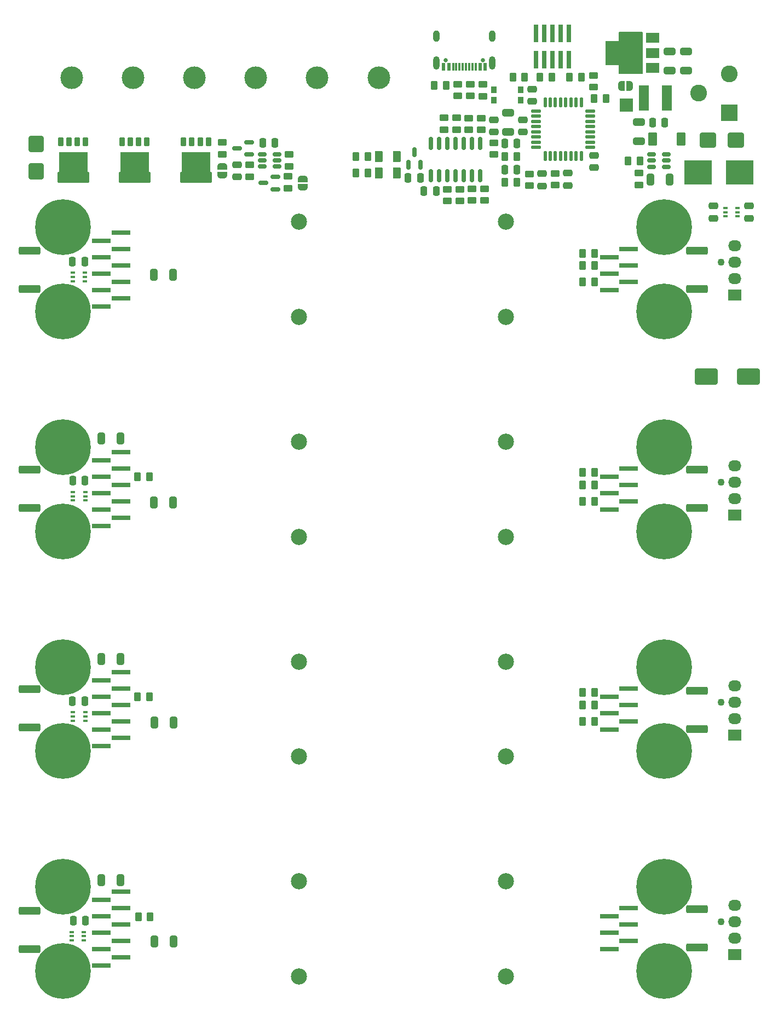
<source format=gts>
G04 #@! TF.GenerationSoftware,KiCad,Pcbnew,8.0.1-8.0.1-1~ubuntu22.04.1*
G04 #@! TF.CreationDate,2024-04-04T11:17:19+02:00*
G04 #@! TF.ProjectId,flex4axe,666c6578-3461-4786-952e-6b696361645f,302*
G04 #@! TF.SameCoordinates,Original*
G04 #@! TF.FileFunction,Soldermask,Top*
G04 #@! TF.FilePolarity,Negative*
%FSLAX46Y46*%
G04 Gerber Fmt 4.6, Leading zero omitted, Abs format (unit mm)*
G04 Created by KiCad (PCBNEW 8.0.1-8.0.1-1~ubuntu22.04.1) date 2024-04-04 11:17:19*
%MOMM*%
%LPD*%
G01*
G04 APERTURE LIST*
G04 Aperture macros list*
%AMRoundRect*
0 Rectangle with rounded corners*
0 $1 Rounding radius*
0 $2 $3 $4 $5 $6 $7 $8 $9 X,Y pos of 4 corners*
0 Add a 4 corners polygon primitive as box body*
4,1,4,$2,$3,$4,$5,$6,$7,$8,$9,$2,$3,0*
0 Add four circle primitives for the rounded corners*
1,1,$1+$1,$2,$3*
1,1,$1+$1,$4,$5*
1,1,$1+$1,$6,$7*
1,1,$1+$1,$8,$9*
0 Add four rect primitives between the rounded corners*
20,1,$1+$1,$2,$3,$4,$5,0*
20,1,$1+$1,$4,$5,$6,$7,0*
20,1,$1+$1,$6,$7,$8,$9,0*
20,1,$1+$1,$8,$9,$2,$3,0*%
%AMFreePoly0*
4,1,19,0.500000,-0.750000,0.000000,-0.750000,0.000000,-0.744911,-0.071157,-0.744911,-0.207708,-0.704816,-0.327430,-0.627875,-0.420627,-0.520320,-0.479746,-0.390866,-0.500000,-0.250000,-0.500000,0.250000,-0.479746,0.390866,-0.420627,0.520320,-0.327430,0.627875,-0.207708,0.704816,-0.071157,0.744911,0.000000,0.744911,0.000000,0.750000,0.500000,0.750000,0.500000,-0.750000,0.500000,-0.750000,
$1*%
%AMFreePoly1*
4,1,19,0.000000,0.744911,0.071157,0.744911,0.207708,0.704816,0.327430,0.627875,0.420627,0.520320,0.479746,0.390866,0.500000,0.250000,0.500000,-0.250000,0.479746,-0.390866,0.420627,-0.520320,0.327430,-0.627875,0.207708,-0.704816,0.071157,-0.744911,0.000000,-0.744911,0.000000,-0.750000,-0.500000,-0.750000,-0.500000,0.750000,0.000000,0.750000,0.000000,0.744911,0.000000,0.744911,
$1*%
%AMFreePoly2*
4,1,21,3.024497,2.399497,3.045000,2.350000,3.045000,-2.350000,3.024497,-2.399497,2.975000,-2.420000,1.425000,-2.420000,1.375503,-2.399497,1.355000,-2.350000,1.355000,-2.170000,-1.650000,-2.170000,-1.699497,-2.149497,-1.720000,-2.100000,-1.720000,2.100000,-1.699497,2.149497,-1.650000,2.170000,1.355000,2.170000,1.355000,2.350000,1.375503,2.399497,1.425000,2.420000,2.975000,2.420000,
3.024497,2.399497,3.024497,2.399497,$1*%
G04 Aperture macros list end*
%ADD10C,1.100000*%
%ADD11R,2.030000X1.730000*%
%ADD12O,2.030000X1.730000*%
%ADD13RoundRect,0.250000X0.250000X0.475000X-0.250000X0.475000X-0.250000X-0.475000X0.250000X-0.475000X0*%
%ADD14RoundRect,0.250000X-0.262500X-0.450000X0.262500X-0.450000X0.262500X0.450000X-0.262500X0.450000X0*%
%ADD15RoundRect,0.250000X0.450000X-0.262500X0.450000X0.262500X-0.450000X0.262500X-0.450000X-0.262500X0*%
%ADD16R,1.500000X4.000000*%
%ADD17RoundRect,0.250000X0.325000X0.650000X-0.325000X0.650000X-0.325000X-0.650000X0.325000X-0.650000X0*%
%ADD18RoundRect,0.250000X0.262500X0.450000X-0.262500X0.450000X-0.262500X-0.450000X0.262500X-0.450000X0*%
%ADD19C,2.500000*%
%ADD20C,0.900000*%
%ADD21C,8.600000*%
%ADD22R,3.000000X0.650000*%
%ADD23RoundRect,0.250000X0.475000X-0.250000X0.475000X0.250000X-0.475000X0.250000X-0.475000X-0.250000X0*%
%ADD24FreePoly0,180.000000*%
%ADD25FreePoly1,180.000000*%
%ADD26RoundRect,0.150000X0.150000X-0.587500X0.150000X0.587500X-0.150000X0.587500X-0.150000X-0.587500X0*%
%ADD27RoundRect,0.250000X-0.650000X0.325000X-0.650000X-0.325000X0.650000X-0.325000X0.650000X0.325000X0*%
%ADD28RoundRect,0.250000X0.450000X0.800000X-0.450000X0.800000X-0.450000X-0.800000X0.450000X-0.800000X0*%
%ADD29RoundRect,0.250000X-1.000000X-0.900000X1.000000X-0.900000X1.000000X0.900000X-1.000000X0.900000X0*%
%ADD30RoundRect,0.250000X0.375000X0.625000X-0.375000X0.625000X-0.375000X-0.625000X0.375000X-0.625000X0*%
%ADD31RoundRect,0.250000X-1.425000X0.362500X-1.425000X-0.362500X1.425000X-0.362500X1.425000X0.362500X0*%
%ADD32RoundRect,0.250000X-0.475000X0.250000X-0.475000X-0.250000X0.475000X-0.250000X0.475000X0.250000X0*%
%ADD33RoundRect,0.250000X-0.325000X-0.650000X0.325000X-0.650000X0.325000X0.650000X-0.325000X0.650000X0*%
%ADD34RoundRect,0.250000X-0.450000X0.262500X-0.450000X-0.262500X0.450000X-0.262500X0.450000X0.262500X0*%
%ADD35FreePoly0,90.000000*%
%ADD36FreePoly1,90.000000*%
%ADD37RoundRect,0.250000X-0.250000X-0.475000X0.250000X-0.475000X0.250000X0.475000X-0.250000X0.475000X0*%
%ADD38R,0.650000X2.760000*%
%ADD39R,2.000000X2.000000*%
%ADD40RoundRect,0.150000X0.587500X0.150000X-0.587500X0.150000X-0.587500X-0.150000X0.587500X-0.150000X0*%
%ADD41R,4.245000X3.810000*%
%ADD42RoundRect,0.150000X0.512500X0.150000X-0.512500X0.150000X-0.512500X-0.150000X0.512500X-0.150000X0*%
%ADD43RoundRect,0.150000X-0.512500X-0.150000X0.512500X-0.150000X0.512500X0.150000X-0.512500X0.150000X0*%
%ADD44R,0.650000X0.400000*%
%ADD45RoundRect,0.070000X0.350000X0.575000X-0.350000X0.575000X-0.350000X-0.575000X0.350000X-0.575000X0*%
%ADD46FreePoly2,270.000000*%
%ADD47RoundRect,0.250000X0.650000X-0.325000X0.650000X0.325000X-0.650000X0.325000X-0.650000X-0.325000X0*%
%ADD48R,2.000000X1.500000*%
%ADD49R,2.000000X3.800000*%
%ADD50C,0.650000*%
%ADD51R,0.600000X1.150000*%
%ADD52R,0.300000X1.150000*%
%ADD53O,1.000000X2.100000*%
%ADD54O,1.000000X1.800000*%
%ADD55C,3.500000*%
%ADD56R,2.600000X2.600000*%
%ADD57C,2.600000*%
%ADD58RoundRect,0.250000X1.500000X1.000000X-1.500000X1.000000X-1.500000X-1.000000X1.500000X-1.000000X0*%
%ADD59RoundRect,0.150000X0.150000X-0.825000X0.150000X0.825000X-0.150000X0.825000X-0.150000X-0.825000X0*%
%ADD60RoundRect,0.250000X-0.900000X1.000000X-0.900000X-1.000000X0.900000X-1.000000X0.900000X1.000000X0*%
%ADD61R,0.900000X1.000000*%
%ADD62FreePoly0,270.000000*%
%ADD63FreePoly1,270.000000*%
%ADD64RoundRect,0.125000X-0.625000X-0.125000X0.625000X-0.125000X0.625000X0.125000X-0.625000X0.125000X0*%
%ADD65RoundRect,0.125000X-0.125000X-0.625000X0.125000X-0.625000X0.125000X0.625000X-0.125000X0.625000X0*%
G04 APERTURE END LIST*
D10*
X162840000Y-136920000D03*
D11*
X165000000Y-142000000D03*
D12*
X165000000Y-139460000D03*
X165000000Y-136920000D03*
X165000000Y-134380000D03*
D10*
X162840000Y-68920000D03*
D11*
X165000000Y-74000000D03*
D12*
X165000000Y-71460000D03*
X165000000Y-68920000D03*
X165000000Y-66380000D03*
D13*
X64475400Y-102692200D03*
X62575400Y-102692200D03*
D14*
X118489500Y-41497000D03*
X120314500Y-41497000D03*
D15*
X95885000Y-57427500D03*
X95885000Y-55602500D03*
D16*
X154492000Y-43515000D03*
X150892000Y-43515000D03*
D10*
X162840000Y-102920000D03*
D11*
X165000000Y-108000000D03*
D12*
X165000000Y-105460000D03*
X165000000Y-102920000D03*
X165000000Y-100380000D03*
D17*
X154891000Y-56134000D03*
X151941000Y-56134000D03*
D18*
X143279500Y-135443000D03*
X141454500Y-135443000D03*
D19*
X97542000Y-179350000D03*
X129542000Y-179350000D03*
X97542000Y-164650000D03*
X129542000Y-164650000D03*
D20*
X61042000Y-168725000D03*
X154042000Y-168725000D03*
X58761581Y-167780419D03*
X63322419Y-167780419D03*
X151761581Y-167780419D03*
X156322419Y-167780419D03*
X57817000Y-165500000D03*
D21*
X61042000Y-165500000D03*
D20*
X64267000Y-165500000D03*
X150817000Y-165500000D03*
D21*
X154042000Y-165500000D03*
D20*
X157267000Y-165500000D03*
X58761581Y-163219581D03*
X63322419Y-163219581D03*
X151761581Y-163219581D03*
X156322419Y-163219581D03*
X61042000Y-162275000D03*
X154042000Y-162275000D03*
X61042000Y-181725000D03*
X154042000Y-181725000D03*
X58761581Y-180780419D03*
X63322419Y-180780419D03*
X151761581Y-180780419D03*
X156322419Y-180780419D03*
X57817000Y-178500000D03*
D21*
X61042000Y-178500000D03*
D20*
X64267000Y-178500000D03*
X150817000Y-178500000D03*
D21*
X154042000Y-178500000D03*
D20*
X157267000Y-178500000D03*
X58761581Y-176219581D03*
X63322419Y-176219581D03*
X151761581Y-176219581D03*
X156322419Y-176219581D03*
X61042000Y-175275000D03*
X154042000Y-175275000D03*
D22*
X70042000Y-166285000D03*
X67042000Y-167555000D03*
X70042000Y-168825000D03*
X67042000Y-170095000D03*
X70042000Y-171365000D03*
X67042000Y-172635000D03*
X70042000Y-173905000D03*
X67042000Y-175175000D03*
X70042000Y-176445000D03*
X67042000Y-177715000D03*
X148542000Y-168825000D03*
X145542000Y-170095000D03*
X148542000Y-171365000D03*
X145542000Y-172635000D03*
X148542000Y-173905000D03*
X145542000Y-175175000D03*
D23*
X132175000Y-48750000D03*
X132175000Y-46850000D03*
D24*
X148732000Y-41656000D03*
D25*
X147432000Y-41656000D03*
D15*
X124333000Y-59332500D03*
X124333000Y-57507500D03*
X120015000Y-48387000D03*
X120015000Y-46562000D03*
D26*
X114493000Y-53769500D03*
X116393000Y-53769500D03*
X115443000Y-51894500D03*
D18*
X131250000Y-56550000D03*
X129425000Y-56550000D03*
D19*
X97542000Y-111350000D03*
X129542000Y-111350000D03*
X97542000Y-96650000D03*
X129542000Y-96650000D03*
D20*
X61042000Y-100725000D03*
X154042000Y-100725000D03*
X58761581Y-99780419D03*
X63322419Y-99780419D03*
X151761581Y-99780419D03*
X156322419Y-99780419D03*
X57817000Y-97500000D03*
D21*
X61042000Y-97500000D03*
D20*
X64267000Y-97500000D03*
X150817000Y-97500000D03*
D21*
X154042000Y-97500000D03*
D20*
X157267000Y-97500000D03*
X58761581Y-95219581D03*
X63322419Y-95219581D03*
X151761581Y-95219581D03*
X156322419Y-95219581D03*
X61042000Y-94275000D03*
X154042000Y-94275000D03*
X61042000Y-113725000D03*
X154042000Y-113725000D03*
X58761581Y-112780419D03*
X63322419Y-112780419D03*
X151761581Y-112780419D03*
X156322419Y-112780419D03*
X57817000Y-110500000D03*
D21*
X61042000Y-110500000D03*
D20*
X64267000Y-110500000D03*
X150817000Y-110500000D03*
D21*
X154042000Y-110500000D03*
D20*
X157267000Y-110500000D03*
X58761581Y-108219581D03*
X63322419Y-108219581D03*
X151761581Y-108219581D03*
X156322419Y-108219581D03*
X61042000Y-107275000D03*
X154042000Y-107275000D03*
D22*
X70042000Y-98285000D03*
X67042000Y-99555000D03*
X70042000Y-100825000D03*
X67042000Y-102095000D03*
X70042000Y-103365000D03*
X67042000Y-104635000D03*
X70042000Y-105905000D03*
X67042000Y-107175000D03*
X70042000Y-108445000D03*
X67042000Y-109715000D03*
X148542000Y-100825000D03*
X145542000Y-102095000D03*
X148542000Y-103365000D03*
X145542000Y-104635000D03*
X148542000Y-105905000D03*
X145542000Y-107175000D03*
D27*
X154902000Y-36272000D03*
X154902000Y-39222000D03*
D28*
X156670000Y-49865000D03*
X152270000Y-49865000D03*
D29*
X160850000Y-50000000D03*
X165150000Y-50000000D03*
D30*
X112715000Y-52578000D03*
X109915000Y-52578000D03*
D13*
X93858499Y-50444400D03*
X91958499Y-50444400D03*
D31*
X55880000Y-100984500D03*
X55880000Y-106909500D03*
D14*
X130659500Y-40259000D03*
X132484500Y-40259000D03*
D32*
X135175000Y-55187500D03*
X135175000Y-57087500D03*
D31*
X55880000Y-134893500D03*
X55880000Y-140818500D03*
D33*
X75106000Y-106045000D03*
X78056000Y-106045000D03*
D18*
X74445500Y-102042000D03*
X72620500Y-102042000D03*
D34*
X143129000Y-39981500D03*
X143129000Y-41806500D03*
D35*
X85750000Y-55400000D03*
D36*
X85750000Y-54100000D03*
D14*
X106402500Y-55078000D03*
X108227500Y-55078000D03*
D34*
X150152000Y-55084500D03*
X150152000Y-56909500D03*
D27*
X157402000Y-36272000D03*
X157402000Y-39222000D03*
D14*
X148489500Y-53247000D03*
X150314500Y-53247000D03*
D37*
X114438000Y-55850500D03*
X116338000Y-55850500D03*
D32*
X143175000Y-52350000D03*
X143175000Y-54250000D03*
D31*
X55880000Y-67075500D03*
X55880000Y-73000500D03*
D18*
X143279500Y-103312000D03*
X141454500Y-103312000D03*
X74572500Y-170114000D03*
X72747500Y-170114000D03*
D38*
X139290000Y-33480000D03*
X139290000Y-37520000D03*
X138020000Y-33480000D03*
X138020000Y-37520000D03*
X136750000Y-33480000D03*
X136750000Y-37520000D03*
X135480000Y-33480000D03*
X135480000Y-37520000D03*
X134210000Y-33480000D03*
X134210000Y-37520000D03*
D14*
X139422500Y-40259000D03*
X141247500Y-40259000D03*
D39*
X148209000Y-44577000D03*
D23*
X133675000Y-44000000D03*
X133675000Y-42100000D03*
D40*
X89837500Y-52200000D03*
X89837500Y-50300000D03*
X87962500Y-51250000D03*
D41*
X159312500Y-55000000D03*
X165687500Y-55000000D03*
D32*
X139175000Y-55100000D03*
X139175000Y-57000000D03*
D34*
X96083499Y-52225900D03*
X96083499Y-54050900D03*
X127675000Y-50387500D03*
X127675000Y-52212500D03*
D42*
X94167499Y-54080400D03*
X94167499Y-53130400D03*
X94167499Y-52180400D03*
X91892499Y-52180400D03*
X91892499Y-53130400D03*
X91892499Y-54080400D03*
D37*
X152250000Y-47325000D03*
X154150000Y-47325000D03*
D34*
X122428000Y-57611000D03*
X122428000Y-59436000D03*
D15*
X122152000Y-43159500D03*
X122152000Y-41334500D03*
D17*
X69928000Y-130302000D03*
X66978000Y-130302000D03*
D43*
X152062500Y-52217000D03*
X152062500Y-53167000D03*
X152062500Y-54117000D03*
X154337500Y-54117000D03*
X154337500Y-53167000D03*
X154337500Y-52217000D03*
D31*
X55880000Y-169183500D03*
X55880000Y-175108500D03*
D44*
X62611000Y-104440000D03*
X62611000Y-105090000D03*
X62611000Y-105740000D03*
X64511000Y-105740000D03*
X64511000Y-105090000D03*
X64511000Y-104440000D03*
D19*
X97542000Y-145350000D03*
X129542000Y-145350000D03*
X97542000Y-130650000D03*
X129542000Y-130650000D03*
D20*
X61042000Y-134725000D03*
X154042000Y-134725000D03*
X58761581Y-133780419D03*
X63322419Y-133780419D03*
X151761581Y-133780419D03*
X156322419Y-133780419D03*
X57817000Y-131500000D03*
D21*
X61042000Y-131500000D03*
D20*
X64267000Y-131500000D03*
X150817000Y-131500000D03*
D21*
X154042000Y-131500000D03*
D20*
X157267000Y-131500000D03*
X58761581Y-129219581D03*
X63322419Y-129219581D03*
X151761581Y-129219581D03*
X156322419Y-129219581D03*
X61042000Y-128275000D03*
X154042000Y-128275000D03*
X61042000Y-147725000D03*
X154042000Y-147725000D03*
X58761581Y-146780419D03*
X63322419Y-146780419D03*
X151761581Y-146780419D03*
X156322419Y-146780419D03*
X57817000Y-144500000D03*
D21*
X61042000Y-144500000D03*
D20*
X64267000Y-144500000D03*
X150817000Y-144500000D03*
D21*
X154042000Y-144500000D03*
D20*
X157267000Y-144500000D03*
X58761581Y-142219581D03*
X63322419Y-142219581D03*
X151761581Y-142219581D03*
X156322419Y-142219581D03*
X61042000Y-141275000D03*
X154042000Y-141275000D03*
D22*
X70042000Y-132285000D03*
X67042000Y-133555000D03*
X70042000Y-134825000D03*
X67042000Y-136095000D03*
X70042000Y-137365000D03*
X67042000Y-138635000D03*
X70042000Y-139905000D03*
X67042000Y-141175000D03*
X70042000Y-142445000D03*
X67042000Y-143715000D03*
X148542000Y-134825000D03*
X145542000Y-136095000D03*
X148542000Y-137365000D03*
X145542000Y-138635000D03*
X148542000Y-139905000D03*
X145542000Y-141175000D03*
D34*
X121920000Y-46562000D03*
X121920000Y-48387000D03*
D44*
X62573500Y-70531000D03*
X62573500Y-71181000D03*
X62573500Y-71831000D03*
X64473500Y-71831000D03*
X64473500Y-71181000D03*
X64473500Y-70531000D03*
D34*
X89916000Y-53824500D03*
X89916000Y-55649500D03*
D13*
X118806000Y-57835800D03*
X116906000Y-57835800D03*
D17*
X69928000Y-96139000D03*
X66978000Y-96139000D03*
D15*
X123825000Y-48410500D03*
X123825000Y-46585500D03*
D32*
X167200000Y-60200000D03*
X167200000Y-62100000D03*
D31*
X159131000Y-168929500D03*
X159131000Y-174854500D03*
D45*
X83562000Y-50277000D03*
X82292000Y-50277000D03*
X81012000Y-50277000D03*
X79742000Y-50277000D03*
D46*
X81652000Y-53547000D03*
D18*
X143279500Y-101407000D03*
X141454500Y-101407000D03*
D13*
X131287500Y-54550000D03*
X129387500Y-54550000D03*
D47*
X129921000Y-48719000D03*
X129921000Y-45769000D03*
D23*
X127675000Y-48750000D03*
X127675000Y-46850000D03*
D18*
X143279500Y-105852000D03*
X141454500Y-105852000D03*
D30*
X112715000Y-55078000D03*
X109915000Y-55078000D03*
D18*
X143279500Y-69403000D03*
X141454500Y-69403000D03*
D48*
X152302000Y-38797000D03*
X152302000Y-36497000D03*
D49*
X146002000Y-36497000D03*
D48*
X152302000Y-34197000D03*
D50*
X126042000Y-37602000D03*
X120262000Y-37602000D03*
D51*
X126352000Y-38677000D03*
X125552000Y-38677000D03*
D52*
X124402000Y-38677000D03*
X123402000Y-38677000D03*
X122902000Y-38677000D03*
X121902000Y-38677000D03*
D51*
X120752000Y-38677000D03*
X119952000Y-38677000D03*
X119952000Y-38677000D03*
X120752000Y-38677000D03*
D52*
X121402000Y-38677000D03*
X122402000Y-38677000D03*
X123902000Y-38677000D03*
X124902000Y-38677000D03*
D51*
X125552000Y-38677000D03*
X126352000Y-38677000D03*
D53*
X127472000Y-38102000D03*
D54*
X127472000Y-33922000D03*
D53*
X118832000Y-38102000D03*
D54*
X118832000Y-33922000D03*
D15*
X125984000Y-43203500D03*
X125984000Y-41378500D03*
D55*
X62402000Y-40349000D03*
X71902000Y-40349000D03*
X81402000Y-40349000D03*
X90902000Y-40349000D03*
X100402000Y-40349000D03*
X109902000Y-40349000D03*
D32*
X87985600Y-53787000D03*
X87985600Y-55687000D03*
D31*
X159131000Y-135147500D03*
X159131000Y-141072500D03*
D40*
X93901500Y-57592000D03*
X93901500Y-55692000D03*
X92026500Y-56642000D03*
D33*
X75106000Y-70866000D03*
X78056000Y-70866000D03*
D15*
X124079000Y-43159500D03*
X124079000Y-41334500D03*
D18*
X145057500Y-43561000D03*
X143232500Y-43561000D03*
D14*
X106402500Y-52578000D03*
X108227500Y-52578000D03*
D56*
X164102000Y-45747000D03*
D57*
X164102000Y-39747000D03*
X159402000Y-42747000D03*
D58*
X167080000Y-86614000D03*
X160580000Y-86614000D03*
D13*
X64450000Y-68757800D03*
X62550000Y-68757800D03*
D10*
X162840000Y-170920000D03*
D11*
X165000000Y-176000000D03*
D12*
X165000000Y-173460000D03*
X165000000Y-170920000D03*
X165000000Y-168380000D03*
D13*
X64445000Y-136753600D03*
X62545000Y-136753600D03*
D33*
X75233000Y-173990000D03*
X78183000Y-173990000D03*
D13*
X131287500Y-50550000D03*
X129387500Y-50550000D03*
D59*
X117960000Y-55500000D03*
X119230000Y-55500000D03*
X120500000Y-55500000D03*
X121770000Y-55500000D03*
X123040000Y-55500000D03*
X124310000Y-55500000D03*
X125580000Y-55500000D03*
X125580000Y-50550000D03*
X124310000Y-50550000D03*
X123040000Y-50550000D03*
X121770000Y-50550000D03*
X120500000Y-50550000D03*
X119230000Y-50550000D03*
X117960000Y-50550000D03*
D18*
X143279500Y-67498000D03*
X141454500Y-67498000D03*
D44*
X62423000Y-172497000D03*
X62423000Y-173147000D03*
X62423000Y-173797000D03*
X64323000Y-173797000D03*
X64323000Y-173147000D03*
X64323000Y-172497000D03*
D18*
X143279500Y-71943000D03*
X141454500Y-71943000D03*
X143279500Y-139888000D03*
X141454500Y-139888000D03*
D27*
X150152000Y-47247000D03*
X150152000Y-50197000D03*
D13*
X64551600Y-170738800D03*
X62651600Y-170738800D03*
D14*
X134827000Y-40247000D03*
X136652000Y-40247000D03*
D32*
X161700000Y-60200000D03*
X161700000Y-62100000D03*
D34*
X137175000Y-55137500D03*
X137175000Y-56962500D03*
D45*
X74062000Y-50277000D03*
X72792000Y-50277000D03*
X71512000Y-50277000D03*
X70242000Y-50277000D03*
D46*
X72152000Y-53547000D03*
D18*
X143279500Y-137348000D03*
X141454500Y-137348000D03*
D60*
X56896000Y-50564000D03*
X56896000Y-54864000D03*
D61*
X127744000Y-42253000D03*
X131844000Y-42253000D03*
X127744000Y-43853000D03*
X131844000Y-43853000D03*
D34*
X133175000Y-55225000D03*
X133175000Y-57050000D03*
D17*
X69928000Y-164465000D03*
X66978000Y-164465000D03*
D18*
X131250000Y-52550000D03*
X129425000Y-52550000D03*
X74445500Y-136078000D03*
X72620500Y-136078000D03*
D31*
X159131000Y-100984500D03*
X159131000Y-106909500D03*
D33*
X75233000Y-140081000D03*
X78183000Y-140081000D03*
D15*
X85725000Y-52162500D03*
X85725000Y-50337500D03*
D62*
X98171000Y-55992000D03*
D63*
X98171000Y-57292000D03*
D31*
X159131000Y-67075500D03*
X159131000Y-73000500D03*
D44*
X163500000Y-60500000D03*
X163500000Y-61150000D03*
X163500000Y-61800000D03*
X165400000Y-61800000D03*
X165400000Y-61150000D03*
X165400000Y-60500000D03*
X62611000Y-138491000D03*
X62611000Y-139141000D03*
X62611000Y-139791000D03*
X64511000Y-139791000D03*
X64511000Y-139141000D03*
X64511000Y-138491000D03*
D34*
X125730000Y-46609000D03*
X125730000Y-48434000D03*
D64*
X134250000Y-45500000D03*
X134250000Y-46300000D03*
X134250000Y-47100000D03*
X134250000Y-47900000D03*
X134250000Y-48700000D03*
X134250000Y-49500000D03*
X134250000Y-50300000D03*
X134250000Y-51100000D03*
D65*
X135625000Y-52475000D03*
X136425000Y-52475000D03*
X137225000Y-52475000D03*
X138025000Y-52475000D03*
X138825000Y-52475000D03*
X139625000Y-52475000D03*
X140425000Y-52475000D03*
X141225000Y-52475000D03*
D64*
X142600000Y-51100000D03*
X142600000Y-50300000D03*
X142600000Y-49500000D03*
X142600000Y-48700000D03*
X142600000Y-47900000D03*
X142600000Y-47100000D03*
X142600000Y-46300000D03*
X142600000Y-45500000D03*
D65*
X141225000Y-44125000D03*
X140425000Y-44125000D03*
X139625000Y-44125000D03*
X138825000Y-44125000D03*
X138025000Y-44125000D03*
X137225000Y-44125000D03*
X136425000Y-44125000D03*
X135625000Y-44125000D03*
D19*
X97542000Y-77350000D03*
X129542000Y-77350000D03*
X97542000Y-62650000D03*
X129542000Y-62650000D03*
D20*
X61042000Y-66725000D03*
X154042000Y-66725000D03*
X58761581Y-65780419D03*
X63322419Y-65780419D03*
X151761581Y-65780419D03*
X156322419Y-65780419D03*
X57817000Y-63500000D03*
D21*
X61042000Y-63500000D03*
D20*
X64267000Y-63500000D03*
X150817000Y-63500000D03*
D21*
X154042000Y-63500000D03*
D20*
X157267000Y-63500000D03*
X58761581Y-61219581D03*
X63322419Y-61219581D03*
X151761581Y-61219581D03*
X156322419Y-61219581D03*
X61042000Y-60275000D03*
X154042000Y-60275000D03*
X61042000Y-79725000D03*
X154042000Y-79725000D03*
X58761581Y-78780419D03*
X63322419Y-78780419D03*
X151761581Y-78780419D03*
X156322419Y-78780419D03*
X57817000Y-76500000D03*
D21*
X61042000Y-76500000D03*
D20*
X64267000Y-76500000D03*
X150817000Y-76500000D03*
D21*
X154042000Y-76500000D03*
D20*
X157267000Y-76500000D03*
X58761581Y-74219581D03*
X63322419Y-74219581D03*
X151761581Y-74219581D03*
X156322419Y-74219581D03*
X61042000Y-73275000D03*
X154042000Y-73275000D03*
D22*
X70042000Y-64285000D03*
X67042000Y-65555000D03*
X70042000Y-66825000D03*
X67042000Y-68095000D03*
X70042000Y-69365000D03*
X67042000Y-70635000D03*
X70042000Y-71905000D03*
X67042000Y-73175000D03*
X70042000Y-74445000D03*
X67042000Y-75715000D03*
X148542000Y-66825000D03*
X145542000Y-68095000D03*
X148542000Y-69365000D03*
X145542000Y-70635000D03*
X148542000Y-71905000D03*
X145542000Y-73175000D03*
D15*
X120523000Y-59436000D03*
X120523000Y-57611000D03*
D45*
X64562000Y-50277000D03*
X63292000Y-50277000D03*
X62012000Y-50277000D03*
X60742000Y-50277000D03*
D46*
X62652000Y-53547000D03*
D34*
X126238000Y-57507500D03*
X126238000Y-59332500D03*
G36*
X150693039Y-33269685D02*
G01*
X150738794Y-33322489D01*
X150750000Y-33374000D01*
X150750000Y-39626000D01*
X150730315Y-39693039D01*
X150677511Y-39738794D01*
X150626000Y-39750000D01*
X147124000Y-39750000D01*
X147056961Y-39730315D01*
X147011206Y-39677511D01*
X147000000Y-39626000D01*
X147000000Y-33374000D01*
X147019685Y-33306961D01*
X147072489Y-33261206D01*
X147124000Y-33250000D01*
X150626000Y-33250000D01*
X150693039Y-33269685D01*
G37*
M02*

</source>
